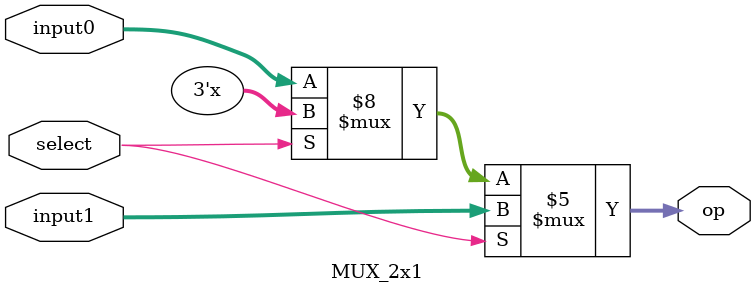
<source format=v>
module MUX_2x1(input0,input1,select,op);



input [2:0] input0;
input [2:0] input1;


input select;

output [2:0] op;
reg [2:0] op;

always @(*)
begin

	if(select==0)
	begin
		op[2:0]=input0[2:0];
	end

	if(select==1)
	begin
		op[2:0]=input1[2:0];
	end

	



end
endmodule



</source>
